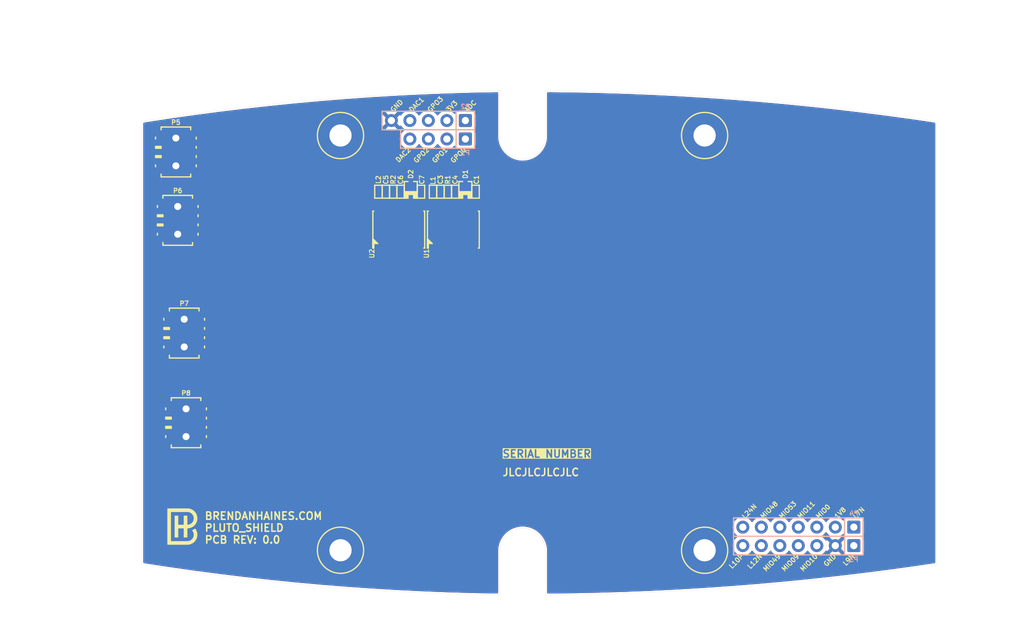
<source format=kicad_pcb>
(kicad_pcb
	(version 20240108)
	(generator "pcbnew")
	(generator_version "8.0")
	(general
		(thickness 1.6)
		(legacy_teardrops no)
	)
	(paper "A")
	(title_block
		(title "${PROJECT_NAME}")
		(rev "${PCB_REVISION}")
		(company "BRENDANHAINES.COM")
	)
	(layers
		(0 "F.Cu" signal)
		(1 "In1.Cu" signal)
		(2 "In2.Cu" signal)
		(31 "B.Cu" signal)
		(32 "B.Adhes" user "B.Adhesive")
		(33 "F.Adhes" user "F.Adhesive")
		(34 "B.Paste" user)
		(35 "F.Paste" user)
		(36 "B.SilkS" user "B.Silkscreen")
		(37 "F.SilkS" user "F.Silkscreen")
		(38 "B.Mask" user)
		(39 "F.Mask" user)
		(40 "Dwgs.User" user "User.Drawings")
		(41 "Cmts.User" user "User.Comments")
		(42 "Eco1.User" user "User.Eco1")
		(43 "Eco2.User" user "User.Eco2")
		(44 "Edge.Cuts" user)
		(45 "Margin" user)
		(46 "B.CrtYd" user "B.Courtyard")
		(47 "F.CrtYd" user "F.Courtyard")
		(48 "B.Fab" user)
		(49 "F.Fab" user)
		(50 "User.1" user)
		(51 "User.2" user)
		(52 "User.3" user)
		(53 "User.4" user)
		(54 "User.5" user)
		(55 "User.6" user)
		(56 "User.7" user)
		(57 "User.8" user)
		(58 "User.9" user)
	)
	(setup
		(stackup
			(layer "F.SilkS"
				(type "Top Silk Screen")
				(color "White")
			)
			(layer "F.Paste"
				(type "Top Solder Paste")
			)
			(layer "F.Mask"
				(type "Top Solder Mask")
				(color "Green")
				(thickness 0.01)
			)
			(layer "F.Cu"
				(type "copper")
				(thickness 0.035)
			)
			(layer "dielectric 1"
				(type "core")
				(thickness 0.48)
				(material "FR4")
				(epsilon_r 4.5)
				(loss_tangent 0.02)
			)
			(layer "In1.Cu"
				(type "copper")
				(thickness 0.035)
			)
			(layer "dielectric 2"
				(type "prepreg")
				(thickness 0.48)
				(material "FR4")
				(epsilon_r 4.5)
				(loss_tangent 0.02)
			)
			(layer "In2.Cu"
				(type "copper")
				(thickness 0.035)
			)
			(layer "dielectric 3"
				(type "core")
				(thickness 0.48)
				(material "FR4")
				(epsilon_r 4.5)
				(loss_tangent 0.02)
			)
			(layer "B.Cu"
				(type "copper")
				(thickness 0.035)
			)
			(layer "B.Mask"
				(type "Bottom Solder Mask")
				(color "Green")
				(thickness 0.01)
			)
			(layer "B.Paste"
				(type "Bottom Solder Paste")
			)
			(layer "B.SilkS"
				(type "Bottom Silk Screen")
				(color "White")
			)
			(copper_finish "ENIG")
			(dielectric_constraints no)
		)
		(pad_to_mask_clearance 0)
		(allow_soldermask_bridges_in_footprints no)
		(grid_origin 80.01 123.19)
		(pcbplotparams
			(layerselection 0x00010fc_ffffffff)
			(plot_on_all_layers_selection 0x0000000_00000000)
			(disableapertmacros no)
			(usegerberextensions no)
			(usegerberattributes yes)
			(usegerberadvancedattributes yes)
			(creategerberjobfile yes)
			(dashed_line_dash_ratio 12.000000)
			(dashed_line_gap_ratio 3.000000)
			(svgprecision 4)
			(plotframeref no)
			(viasonmask no)
			(mode 1)
			(useauxorigin no)
			(hpglpennumber 1)
			(hpglpenspeed 20)
			(hpglpendiameter 15.000000)
			(pdf_front_fp_property_popups yes)
			(pdf_back_fp_property_popups yes)
			(dxfpolygonmode yes)
			(dxfimperialunits yes)
			(dxfusepcbnewfont yes)
			(psnegative no)
			(psa4output no)
			(plotreference yes)
			(plotvalue yes)
			(plotfptext yes)
			(plotinvisibletext no)
			(sketchpadsonfab no)
			(subtractmaskfromsilk no)
			(outputformat 1)
			(mirror no)
			(drillshape 1)
			(scaleselection 1)
			(outputdirectory "")
		)
	)
	(property "PCB_REVISION" "0.0")
	(property "PROJECT_NAME" "PLUTO_SHIELD")
	(net 0 "")
	(net 1 "GND")
	(net 2 "/GPO1")
	(net 3 "/GPO2")
	(net 4 "/DAC2")
	(net 5 "/GPO0")
	(net 6 "/ADC")
	(net 7 "/DAC1")
	(net 8 "/GPO3")
	(net 9 "VDC_3V3")
	(net 10 "/L12N")
	(net 11 "/L9N")
	(net 12 "/L10P")
	(net 13 "/MIO49")
	(net 14 "/MIO09")
	(net 15 "/MIO10")
	(net 16 "/MIO48")
	(net 17 "/MIO11")
	(net 18 "/L24N")
	(net 19 "/MIO0")
	(net 20 "/L7N")
	(net 21 "VDC_1V8")
	(net 22 "/MIO53")
	(net 23 "Net-(U1-VA)")
	(net 24 "Net-(U1-VREF)")
	(net 25 "Net-(U2-VA)")
	(net 26 "Net-(U2-VREF)")
	(net 27 "/D1_7")
	(net 28 "/D1_6")
	(net 29 "/ADC_CLK")
	(net 30 "/D1_3")
	(net 31 "/D1_5")
	(net 32 "/D1_4")
	(net 33 "/D1_2")
	(net 34 "/D1_0")
	(net 35 "/D1_1")
	(net 36 "/D2_6")
	(net 37 "/D2_1")
	(net 38 "/D2_0")
	(net 39 "/D2_2")
	(net 40 "/D2_4")
	(net 41 "/D2_5")
	(net 42 "/D2_3")
	(net 43 "/D2_7")
	(net 44 "/CONN1/D0")
	(net 45 "/CONN1/D2")
	(net 46 "/CONN1/D3")
	(net 47 "/CONN1/D1")
	(net 48 "Net-(F2-Pad2)")
	(net 49 "/CONN2/D3")
	(net 50 "unconnected-(P6-Pad3)")
	(net 51 "unconnected-(P6-Pad5)")
	(net 52 "/CONN2/D1")
	(net 53 "/CONN2/D0")
	(net 54 "/CONN2/D2")
	(net 55 "unconnected-(P6-Pad7)")
	(net 56 "unconnected-(P6-Pad10)")
	(net 57 "/CONN3/D1")
	(net 58 "unconnected-(P7-Pad3)")
	(net 59 "/CONN3/D0")
	(net 60 "/CONN3/D2")
	(net 61 "unconnected-(P7-Pad5)")
	(net 62 "unconnected-(P7-Pad7)")
	(net 63 "unconnected-(P7-Pad10)")
	(net 64 "/CONN3/D3")
	(net 65 "Net-(F3-Pad2)")
	(net 66 "unconnected-(P8-Pad3)")
	(net 67 "unconnected-(P8-Pad10)")
	(net 68 "/CONN4/D3")
	(net 69 "Net-(F4-Pad2)")
	(net 70 "/CONN4/D1")
	(net 71 "unconnected-(P8-Pad7)")
	(net 72 "/CONN4/D2")
	(net 73 "/CONN4/D0")
	(net 74 "unconnected-(P8-Pad5)")
	(net 75 "Net-(F1-Pad2)")
	(net 76 "unconnected-(P5-Pad10)")
	(net 77 "unconnected-(P5-Pad3)")
	(net 78 "unconnected-(P5-Pad7)")
	(net 79 "unconnected-(P5-Pad5)")
	(footprint "common:SOP20_TI_PW0020A" (layer "F.Cu") (at 88.011 79.121 90))
	(footprint "common:PinHeader_2x05_P1.27mm_Vertical-Samtec_FTSH-105-01-F-DV-K-A" (layer "F.Cu") (at 58.547 93.345))
	(footprint "common:MH120X230_#4" (layer "F.Cu") (at 130.0099 123.19))
	(footprint "common:PinHeader_2x05_P1.27mm_Vertical-Samtec_FTSH-105-01-F-DV-K-A" (layer "F.Cu") (at 58.801 105.664))
	(footprint "common:SOD-323" (layer "F.Cu") (at 89.662 73.66 90))
	(footprint "common:C0402" (layer "F.Cu") (at 95.762 73.914 90))
	(footprint "common:C0402" (layer "F.Cu") (at 98.556 73.914 90))
	(footprint "common:LOGO_BH" (layer "F.Cu") (at 58.7265 122.3445))
	(footprint "common:PinHeader_2x05_P1.27mm_Vertical-Samtec_FTSH-105-01-F-DV-K-A" (layer "F.Cu") (at 57.658 77.851))
	(footprint "common:C0402" (layer "F.Cu") (at 93.73 73.914 90))
	(footprint "common:SOD-323" (layer "F.Cu") (at 97.159 73.66 90))
	(footprint "common:C0402" (layer "F.Cu") (at 88.265 73.914 90))
	(footprint "common:C0402" (layer "F.Cu") (at 86.233 73.914 90))
	(footprint "common:PinHeader_2x05_P1.27mm_Vertical-Samtec_FTSH-105-01-F-DV-K-A" (layer "F.Cu") (at 57.404 68.453))
	(footprint "common:MH120X230_#4" (layer "F.Cu") (at 130.0099 66.1924))
	(footprint "common:R0402" (layer "F.Cu") (at 87.249 73.914 -90))
	(footprint "common:MH120X230_#4" (layer "F.Cu") (at 80.01 123.19))
	(footprint "common:SOP20_TI_PW0020A" (layer "F.Cu") (at 95.504 79.121 90))
	(footprint "common:C0402" (layer "F.Cu") (at 91.059 73.914 90))
	(footprint "common:R0402" (layer "F.Cu") (at 94.746 73.914 -90))
	(footprint "common:MH120X230_#4" (layer "F.Cu") (at 80.01 66.1924))
	(footprint "common:R0402" (layer "F.Cu") (at 85.217 73.914 -90))
	(footprint "common:R0402" (layer "F.Cu") (at 92.714 73.914 -90))
	(footprint "common:PinHeader_1x07_P2.54mm_Vertical" (layer "B.Cu") (at 150.495 120.015 180))
	(footprint "common:PinHeader_1x07_P2.54mm_Vertical" (layer "B.Cu") (at 150.495 122.555 180))
	(footprint "common:PinHeader_1x04_P2.54mm_Vertical" (layer "B.Cu") (at 97.155 66.675 180))
	(footprint "common:PinHeader_1x05_P2.54mm_Vertical" (layer "B.Cu") (at 97.155 64.135 180))
	(gr_line
		(start 52.7304 64.262)
		(end 52.7304 125.1204)
		(stroke
			(width 0.0254)
			(type default)
		)
		(layer "Edge.Cuts")
		(uuid "01eeaaa2-1d96-4fbe-a7c0-eab31686fcf1")
	)
	(gr_line
		(start 101.854 123.2916)
		(end 101.854 129.3368)
		(stroke
			(width 0.0254)
			(type default)
		)
		(layer "Edge.Cuts")
		(uuid "028f1051-2530-4ab2-b4aa-4fe77a954fee")
	)
	(gr_arc
		(start 52.7304 64.262)
		(mid 77.21685 61.27593)
		(end 101.854 60.0456)
		(stroke
			(width 0.0254)
			(type default)
		)
		(layer "Edge.Cuts")
		(uuid "0539845f-d0b8-466b-a84b-778189f6f142")
	)
	(gr_arc
		(start 108.1786 60.0456)
		(mid 135.10175 61.194225)
		(end 161.8742 64.262)
		(stroke
			(width 0.0254)
			(type default)
		)
		(layer "Edge.Cuts")
		(uuid "21fa8685-cbea-48e3-ba4b-3bdab39869cb")
	)
	(gr_line
		(start 161.8742 64.262)
		(end 161.8742 125.1204)
		(stroke
			(width 0.0254)
			(type default)
		)
		(layer "Edge.Cuts")
		(uuid "2351c6a1-8a6b-4eef-bde0-6b8a961f2eae")
	)
	(gr_line
		(start 108.1786 66.294)
		(end 108.1786 60.0456)
		(stroke
			(width 0.0254)
			(type default)
		)
		(layer "Edge.Cuts")
		(uuid "35169102-ec27-4d86-9b9f-b37ae62cb9bc")
	)
	(gr_arc
		(start 101.854 123.2916)
		(mid 105.0163 120.1293)
		(end 108.1786 123.2916)
		(stroke
			(width 0.0254)
			(type default)
		)
		(layer "Edge.Cuts")
		(uuid "3c1f4706-a351-4cdf-9aba-d7bce8b90f26")
	)
	(gr_arc
		(start 101.854 129.3368)
		(mid 77.21685 128.10647)
		(end 52.7304 125.1204)
		(stroke
			(width 0.0254)
			(type default)
		)
		(layer "Edge.Cuts")
		(uuid "6a69de1c-5ddb-4080-85c6-44cb49680848")
	)
	(gr_arc
		(start 161.8742 125.1204)
		(mid 135.10175 128.188175)
		(end 108.1786 129.3368)
		(stroke
			(width 0.0254)
			(type default)
		)
		(layer "Edge.Cuts")
		(uuid "719d83d8-8deb-4654-ad43-144c8890a801")
	)
	(gr_arc
		(start 108.1786 66.294)
		(mid 105.0163 69.4563)
		(end 101.854 66.294)
		(stroke
			(width 0.0254)
			(type default)
		)
		(layer "Edge.Cuts")
		(uuid "b2207f3b-c003-409c-a3da-c269b7eb26e0")
	)
	(gr_line
		(start 108.1786 123.2916)
		(end 108.1786 129.3368)
		(stroke
			(width 0.0254)
			(type default)
		)
		(layer "Edge.Cuts")
		(uuid "d983f51f-a4c1-48ea-98a9-0aaeffa08bc2")
	)
	(gr_line
		(start 101.854 66.294)
		(end 101.854 60.0456)
		(stroke
			(width 0.0254)
			(type default)
		)
		(layer "Edge.Cuts")
		(uuid "ff1f63a4-9257-4195-87a5-270fd42b64fa")
	)
	(gr_text "JLCJLCJLCJLC"
		(at 102.1605 113.0735 0)
		(layer "F.SilkS")
		(uuid "091288de-23c4-4edc-b533-5d552fa8084b")
		(effects
			(font
				(size 1.016 1.016)
				(thickness 0.2032)
				(bold yes)
			)
			(justify left bottom)
		)
	)
	(gr_text "L7N"
		(at 150.495 118.745 45)
		(layer "F.SilkS")
		(uuid "1cdc6d0f-337c-409a-b1da-968567fe4e07")
		(effects
			(font
				(size 0.635 0.635)
				(thickness 0.127)
				(bold yes)
			)
			(justify left)
		)
	)
	(gr_text "GND"
		(at 147.955 123.825 45)
		(layer "F.SilkS")
		(uuid "1d633a11-fa35-47bf-85d6-2ca7e9618761")
		(effects
			(font
				(size 0.635 0.635)
				(thickness 0.127)
				(bold yes)
			)
			(justify right)
		)
	)
	(gr_text "MIO09"
		(at 142.875 123.825 45)
		(layer "F.SilkS")
		(uuid "1d9b0497-2944-4518-9de8-59fb3f31cd85")
		(effects
			(font
				(size 0.635 0.635)
				(thickness 0.127)
				(bold yes)
			)
			(justify right)
		)
	)
	(gr_text "GND"
		(at 86.995 62.865 45)
		(layer "F.SilkS")
		(uuid "32763687-5bbe-4fa7-a03f-9aab5b9b62f1")
		(effects
			(font
				(size 0.635 0.635)
				(thickness 0.127)
				(bold yes)
			)
			(justify left)
		)
	)
	(gr_text "MIO53"
		(at 140.335 118.745 45)
		(layer "F.SilkS")
		(uuid "40d1187b-e6b7-4189-8ff4-2c8c90803fbd")
		(effects
			(font
				(size 0.635 0.635)
				(thickness 0.127)
				(bold yes)
			)
			(justify left)
		)
	)
	(gr_text "BRENDANHAINES.COM\n${PROJECT_NAME}\nPCB REV: ${PCB_REVISION}"
		(at 61.2665 122.3445 0)
		(layer "F.SilkS")
		(uuid "437bdfe8-9461-4ec7-870c-371d6a52dc16")
		(effects
			(font
				(size 1.016 1.016)
				(thickness 0.2032)
				(bold yes)
			)
			(justify left bottom)
		)
	)
	(gr_text "GPO0"
		(at 97.155 67.945 45)
		(layer "F.SilkS")
		(uuid "4e282f1b-fe44-4e52-8424-163d35aa00b7")
		(effects
			(font
				(size 0.635 0.635)
				(thickness 0.127)
				(bold yes)
			)
			(justify right)
		)
	)
	(gr_text "1V8"
		(at 147.955 118.745 45)
		(layer "F.SilkS")
		(uuid "50d5c08f-ca70-40f2-a10f-c5bd703c6387")
		(effects
			(font
				(size 0.635 0.635)
				(thickness 0.127)
				(bold yes)
			)
			(justify left)
		)
	)
	(gr_text "L24N"
		(at 135.255 118.745 45)
		(layer "F.SilkS")
		(uuid "6be3ee54-d0db-492a-abbf-1d2a441bdebd")
		(effects
			(font
				(size 0.635 0.635)
				(thickness 0.127)
				(bold yes)
			)
			(justify left)
		)
	)
	(gr_text "SERIAL NUMBER"
		(at 102.1605 110.5335 0)
		(layer "F.SilkS" knockout)
		(uuid "6c2be5ce-85b7-4de0-9953-9a61d10d3e1f")
		(effects
			(font
				(size 1.016 1.016)
				(thickness 0.2032)
				(bold yes)
			)
			(justify left bottom)
		)
	)
	(gr_text "L9N"
		(at 150.495 123.825 45)
		(layer "F.SilkS")
		(uuid "88c70311-50ca-4c2c-81ac-eface2986662")
		(effects
			(font
				(size 0.635 0.635)
				(thickness 0.127)
				(bold yes)
			)
			(justify right)
		)
	)
	(gr_text "ADC"
		(at 97.155 62.865 45)
		(layer "F.SilkS")
		(uuid "8bb9fc9c-5e6a-4340-90b7-1c8a637bfdd1")
		(effects
			(font
				(size 0.635 0.635)
				(thickness 0.127)
				(bold yes)
			)
			(justify left)
		)
	)
	(gr_text "DAC2"
		(at 89.535 67.945 45)
		(layer "F.SilkS")
		(uuid "8dace095-4eb4-4bfe-b984-7191fb8bc0e4")
		(effects
			(font
				(size 0.635 0.635)
				(thickness 0.127)
				(bold yes)
			)
			(justify right)
		)
	)
	(gr_text "L10P"
		(at 135.255 123.825 45)
		(layer "F.SilkS")
		(uuid "8f655222-c250-4b8a-823d-e28e44254b5b")
		(effects
			(font
				(size 0.635 0.635)
				(thickness 0.127)
				(bold yes)
			)
			(justify right)
		)
	)
	(gr_text "MIO48"
		(at 137.795 118.745 45)
		(layer "F.SilkS")
		(uuid "9e241a46-25b4-4116-9c4e-ebff1490ab27")
		(effects
			(font
				(size 0.635 0.635)
				(thickness 0.127)
				(bold yes)
			)
			(justify left)
		)
	)
	(gr_text "L12N"
		(at 137.795 123.825 45)
		(layer "F.SilkS")
		(uuid "add93b29-be5f-4919-ac3a-0ba6f12c0348")
		(effects
			(font
				(size 0.635 0.635)
				(thickness 0.127)
				(bold yes)
			)
			(justify right)
		)
	)
	(gr_text "GPO3"
		(at 92.075 62.865 45)
		(layer "F.SilkS")
		(uuid "afb3f834-9b19-4667-8d39-9049800dfba3")
		(effects
			(font
				(size 0.635 0.635)
				(thickness 0.127)
				(bold yes)
			)
			(justify left)
		)
	)
	(gr_text "DAC1"
		(at 89.535 62.865 45)
		(layer "F.SilkS")
		(uuid "c622d78a-ca2a-4f82-b223-9632abefab8f")
		(effects
			(font
				(size 0.635 0.635)
				(thickness 0.127)
				(bold yes)
			)
			(justify left)
		)
	)
	(gr_text "MIO0"
		(at 145.415 118.745 45)
		(layer "F.SilkS")
		(uuid "cd7c1240-e884-4550-aa13-ce92a6c80779")
		(effects
			(font
				(size 0.635 0.635)
				(thickness 0.127)
				(bold yes)
			)
			(justify left)
		)
	)
	(gr_text "GPO1"
		(at 94.615 67.945 45)
		(layer "F.SilkS")
		(uuid "d491ca8a-7324-431a-9cd5-9fd076cc52f5")
		(effects
			(font
				(size 0.635 0.635)
				(thickness 0.127)
				(bold yes)
			)
			(justify right)
		)
	)
	(gr_text "MIO11"
		(at 142.875 118.745 45)
		(layer "F.SilkS")
		(uuid "e8325fa2-f8a3-44ca-9978-7bfeabd84427")
		(effects
			(font
				(size 0.635 0.635)
				(thickness 0.127)
				(bold yes)
			)
			(justify left)
		)
	)
	(gr_text "MIO10"
		(at 145.415 123.825 45)
		(layer "F.SilkS")
		(uuid "e833e563-2582-4392-a7d1-7ead7fb5c2d7")
		(effects
			(font
				(size 0.635 0.635)
				(thickness 0.127)
				(bold yes)
			)
			(justify right)
		)
	)
	(gr_text "3V3"
		(at 94.615 62.865 45)
		(layer "F.SilkS")
		(uuid "ec986e4d-d831-4952-bf6d-c8cd3ade1e29")
		(effects
			(font
				(size 0.635 0.635)
				(thickness 0.127)
				(bold yes)
			)
			(justify left)
		)
	)
	(gr_text "MIO49"
		(at 140.335 123.825 45)
		(layer "F.SilkS")
		(uuid "f45fb5e5-6f32-469f-9e03-1e281da8c205")
		(effects
			(font
				(size 0.635 0.635)
				(thickness 0.127)
				(bold yes)
			)
			(justify right)
		)
	)
	(gr_text "GPO2"
		(at 92.075 67.945 45)
		(layer "F.SilkS")
		(uuid "f4ef1a3c-5158-4fc3-a689-311ab536b7c7")
		(effects
			(font
				(size 0.635 0.635)
				(thickness 0.127)
				(bold yes)
			)
			(justify right)
		)
	)
	(dimension
		(type aligned)
		(layer "F.Fab")
		(uuid "01ee0b31-f02b-4470-b2f7-07b9d1207f38")
		(pts
			(xy 52.7304 64.262) (xy 161.8742 64.262)
		)
		(height -14.732)
		(gr_text "4.2970 in"
			(at 107.3023 48.387 0)
			(layer "F.Fab")
			(uuid "01ee0b31-f02b-4470-b2f7-07b9d1207f38")
			(effects
				(font
					(size 1.016 1.016)
					(thickness 0.127)
				)
			)
		)
		(format
			(prefix "")
			(suffix "")
			(units 3)
			(units_format 1)
			(precision 4)
		)
		(style
			(thickness 0.127)
			(arrow_length 1.27)
			(text_position_mode 0)
			(extension_height 0.58642)
			(extension_offset 6.35) keep_text_aligned)
	)
	(dimension
		(type aligned)
		(layer "F.Fab")
		(uuid "0517aec2-45e6-4cc3-9803-feed6af5a135")
		(pts
			(xy 109.347 59.8356) (xy 109.347 129.1268)
		)
		(height 69.977)
		(gr_text "2.7280 in"
			(at 38.227 94.4812 90)
			(layer "F.Fab")
			(uuid "0517aec2-45e6-4cc3-9803-feed6af5a135")
			(effects
				(font
					(size 1.016 1.016)
					(thickness 0.127)
				)
			)
		)
		(format
			(prefix "")
			(suffix "")
			(units 3)
			(units_format 1)
			(precision 4)
		)
		(style
			(thickness 0.127)
			(arrow_length 1.27)
			(text_position_mode 0)
			(extension_height 0.58642)
			(extension_offset 17.78) keep_text_aligned)
	)
	(dimension
		(type aligned)
		(layer "F.Fab")
		(uuid "226b6488-45b6-49fa-998f-108bc8a2286a")
		(pts
			(xy 52.7304 64.262) (xy 52.7304 125.1204)
		)
		(height 11.8364)
		(gr_text "2.3960 in"
			(at 39.751 94.6912 90)
			(layer "F.Fab")
			(uuid "226b6488-45b6-49fa-998f-108bc8a2286a")
			(effects
				(font
					(size 1.016 1.016)
					(thickness 0.127)
				)
			)
		)
		(format
			(prefix "")
			(suffix "")
			(units 3)
			(units_format 1)
			(precision 4)
		)
		(style
			(thickness 0.127)
			(arrow_length 1.27)
			(text_position_mode 0)
			(extension_height 0.58642)
			(extension_offset 2.54) keep_text_aligned)
	)
	(dimension
		(type aligned)
		(layer "F.Fab")
		(uuid "2892fb69-bc65-401b-badd-aa520ee8b469")
		(pts
			(xy 87.503 65.9824) (xy 87.503 122.98)
		)
		(height 33.401)
		(gr_text "2.2440 in"
			(at 52.959 94.4812 90)
			(layer "F.Fab")
			(uuid "2892fb69-bc65-401b-badd-aa520ee8b469")
			(effects
				(font
					(size 1.016 1.016)
					(thickness 0.127)
				)
			)
		)
		(format
			(prefix "")
			(suffix "")
			(units 3)
			(units_format 1)
			(precision 4)
		)
		(style
			(thickness 0.127)
			(arrow_length 1.27)
			(text_position_mode 0)
			(extension_height 0.58642)
			(extension_offset 0.254) keep_text_aligned)
	)
	(dimension
		(type aligned)
		(layer "F.Fab")
		(uuid "8539e48b-c969-41b7-bbcb-ea6a69f1c375")
		(pts
			(xy 105.0163 66.294) (xy 105.0163 123.2916)
		)
		(height -65.0367)
		(gr_text "2.2440 in"
			(at 168.91 94.7928 90)
			(layer "F.Fab")
			(uuid "8539e48b-c969-41b7-bbcb-ea6a69f1c375")
			(effects
				(font
					(size 1.016 1.016)
					(thickness 0.127)
				)
			)
		)
		(format
			(prefix "")
			(suffix "")
			(units 3)
			(units_format 1)
			(precision 4)
		)
		(style
			(thickness 0.127)
			(arrow_length 1.27)
			(text_position_mode 0)
			(extension_height 0.58642)
			(extension_offset 0.254) keep_text_aligned)
	)
	(dimension
		(type aligned)
		(layer "F.Fab")
		(uuid "da0fc324-3843-4697-9d01-01ce7e2f02da")
		(pts
			(xy 80.01 66.1924) (xy 130.0099 66.1924)
		)
		(height -11.7094)
		(gr_text "1.9685 in"
			(at 105.00995 53.34 0)
			(layer "F.Fab")
			(uuid "da0fc324-3843-4697-9d01-01ce7e2f02da")
			(effects
				(font
					(size 1.016 1.016)
					(thickness 0.127)
				)
			)
		)
		(format
			(prefix "")
			(suffix "")
			(units 3)
			(units_format 1)
			(precision 4)
		)
		(style
			(thickness 0.127)
			(arrow_length 1.27)
			(text_position_mode 0)
			(extension_height 0.58642)
			(extension_offset 7.62) keep_text_aligned)
	)
	(zone
		(net 1)
		(net_name "GND")
		(layers "F.Cu" "In1.Cu" "In2.Cu" "B.Cu")
		(uuid "0264c28f-3b35-4ff9-937a-195dae0d36a1")
		(hatch edge 0.5)
		(connect_pads
			(clearance 0.5)
		)
		(min_thickness 0.25)
		(filled_areas_thickness no)
		(fill yes
			(thermal_gap 0.5)
			(thermal_bridge_width 0.5)
		)
		(polygon
			(pts
				(xy 52.07 133.35) (xy 52.07 57.15) (xy 163.83 57.15) (xy 163.83 133.35)
			)
		)
		(filled_polygon
			(layer "F.Cu")
			(pts
				(xy 146.766905 120.745193) (xy 146.788809 120.770472) (xy 146.854728 120.87137) (xy 146.854731 120.871373)
				(xy 147.010692 121.040792) (xy 147.127591 121.131778) (xy 147.196459 121.18538) (xy 147.19557 121.186521)
				(xy 147.236632 121.234624) (xy 147.246063 121.303855) (xy 147.216568 121.367194) (xy 147.196429 121.384651)
				(xy 147.196733 121.385041) (xy 147.16404 121.410485) (xy 147.16404 121.410487) (xy 147.829428 122.075874)
				(xy 147.763821 122.093454) (xy 147.650879 122.158661) (xy 147.558661 122.250879) (xy 147.493454 122.363821)
				(xy 147.475874 122.429428) (xy 146.81176 121.765314) (xy 146.789108 121.799986) (xy 146.735961 121.845342)
				(xy 146.66673 121.854766) (xy 146.603394 121.825264) (xy 146.58149 121.799986) (xy 146.581191 121.799528)
				(xy 146.515269 121.698627) (xy 146.359308 121.529208) (xy 146.22209 121.422407) (xy 146.173541 121.38462)
				(xy 146.174525 121.383354) (xy 146.133824 121.33567) (xy 146.124396 121.266439) (xy 146.153893 121.203102)
				(xy 146.173865 121.185796) (xy 146.173541 121.18538) (xy 146.222086 121.147596) (xy 146.359308 121.040792)
				(xy 146.515269 120.871373) (xy 146.529648 120.849365) (xy 146.581191 120.770472) (xy 146.634337 120.725115)
				(xy 146.703569 120.715691)
			)
		)
		(filled_polygon
			(layer "F.Cu")
			(pts
				(xy 149.087714 120.943156) (xy 149.14533 120.982679) (xy 149.156344 121.000505) (xy 149.156835 121.000209)
				(xy 149.245934 121.147596) (xy 149.295657 121.197319) (xy 149.329142 121.258642) (xy 149.324158 121.328334)
				(xy 149.295657 121.372681) (xy 149.245935 121.422402) (xy 149.245934 121.422403) (xy 149.160713 121.563375)
				(xy 149.111709 121.720634) (xy 149.111298 121.722704) (xy 149.110721 121.723805) (xy 149.109758 121.726898)
				(xy 149.109195 121.726722) (xy 149.07891 121.784614) (xy 149.077363 121.786188) (xy 148.434124 122.429426)
				(xy 148.416546 122.363821) (xy 148.351339 122.250879) (xy 148.259121 122.158661) (xy 148.146179 122.093454)
				(xy 148.080571 122.075874) (xy 148.745958 121.410486) (xy 148.745958 121.410484) (xy 148.713267 121.38504)
				(xy 148.714209 121.383829) (xy 148.673355 121.335947) (xy 148.663941 121.266714) (xy 148.69345 121.203382)
				(xy 148.71382 121.185738) (xy 148.713541 121.18538) (xy 148.762086 121.147596) (xy 148.899308 121.040792)
				(xy 148.957989 120.977046) (xy 149.017876 120.941056)
			)
		)
		(filled_polygon
			(layer "F.Cu")
			(pts
				(xy 111.768453 60.288023) (xy 111.769291 60.288037) (xy 115.359361 60.364164) (xy 115.360464 60.364193)
				(xy 118.949595 60.474517) (xy 118.95037 60.474544) (xy 122.538635 60.619068) (xy 122.53948 60.619107)
				(xy 126.125851 60.797793) (xy 126.126878 60.797849) (xy 129.711427 61.010696) (xy 129.712538 61.010767)
				(xy 133.294798 61.257747) (xy 133.295829 61.257823) (xy 136.875584 61.53892) (xy 136.876678 61.539011)
				(xy 140.453673 61.854206) (xy 140.454536 61.854286) (xy 144.028471 62.203555) (xy 144.029374 62.203647)
				(xy 147.599806 62.586945) (xy 147.600851 62.587063) (xy 151.167439 63.004356) (xy 151.168242 63.004454)
				(xy 154.565385 63.434767) (xy 154.730611 63.455696) (xy 154.731783 63.45585) (xy 158.289541 63.940989)
				(xy 158.290711 63.941154) (xy 161.567624 64.419837) (xy 161.631114 64.449005) (xy 161.668755 64.507868)
				(xy 161.6737 64.542535) (xy 161.6737 124.83986) (xy 161.654015 124.906899) (xy 161.601211 124.952654)
				(xy 161.567623 124.962558) (xy 158.29071 125.441242) (xy 158.289541 125.441407) (xy 154.731783 125.926546)
				(xy 154.730611 125.9267) (xy 151.168432 126.377918) (xy 151.16726 126.378061) (xy 147.600919 126.795325)
				(xy 147.599745 126.795457) (xy 144.029499 127.178736) (xy 144.028324 127.178856) (xy 140.454683 127.528096)
				(xy 140.453506 127.528205) (xy 136.876718 127.843381) (xy 136.875541 127.843479) (xy 133.295904 128.124567)
				(xy 133.294726 128.124654) (xy 129.712574 128.371626) (xy 129.711395 128.371702) (xy 126.126949 128.584543)
				(xy 126.125769 128.584607) (xy 122.539672 128.76328) (xy 122.538492 128.763334) (xy 118.95054 128.907846)
				(xy 118.94936 128.907887) (xy 115.360505 129.018201) (xy 115.359324 129.018232) (xy 111.76948 129.094355)
				(xy 111.768299 129.094375) (xy 108.504548 129.132478) (xy 108.437283 129.113577) (xy 108.390915 129.061311)
				(xy 108.3791 129.008486) (xy 108.3791 123.115366) (xy 108.3791 123.115363) (xy 108.342257 122.76482)
				(xy 108.268973 122.420049) (xy 108.160053 122.084826) (xy 108.016689 121.762826) (xy 108.016686 121.762822)
				(xy 108.016685 121.762818) (xy 107.840455 121.457579) (xy 107.840454 121.457578) (xy 107.840452 121.457574)
				(xy 107.633273 121.172417) (xy 107.63327 121.172414) (xy 107.633266 121.172408) (xy 107.483992 121.006624)
				(xy 107.397422 120.910478) (xy 107.24193 120.770472) (xy 107.135491 120.674633) (xy 107.064576 120.62311)
				(xy 106.850326 120.467448) (xy 106.850323 120.467446) (xy 106.85032 120.467444) (xy 106.545081 120.291214)
				(xy 106.545074 120.291211) (xy 106.223074 120.147847) (xy 106.223069 120.147845) (xy 106.223066 120.147844)
				(xy 105.887848 120.038926) (xy 105.887846 120.038925) (xy 105.77526 120.014994) (xy 133.860738 120.014994)
				(xy 133.860738 120.015005) (xy 133.879753 120.244484) (xy 133.936282 120.467714) (xy 134.028782 120.678594)
				(xy 134.154728 120.87137) (xy 134.154731 120.871373) (xy 134.310692 121.040792) (xy 134.427591 121.131778)
				(xy 134.496459 121.18538) (xy 134.495476 121.186641) (xy 134.536183 121.234349) (xy 134.5456 121.303581)
				(xy 134.516092 121.366914) (xy 134.496136 121.384205) (xy 134.496459 121.38462) (xy 134.310694 121.529206)
				(xy 134.310689 121.529211) (xy 134.154728 121.698629) (xy 134.028782 121.891405) (xy 133.936282 122.102285)
				(xy 133.879753 122.325515) (xy 133.860738 122.554994) (xy 133.860738 122.555005) (xy 133.879753 122.784484)
				(xy 133.936282 123.007714) (xy 134.028782 123.218594) (xy 134.154728 123.41137) (xy 134.154731 123.411373)
				(xy 134.310692 123.580792) (xy 134.424139 123.669091) (xy 134.491868 123.721807) (xy 134.492411 123.722229)
				(xy 134.694931 123.831828) (xy 134.808025 123.870653) (xy 134.912725 123.906597) (xy 134.912727 123.906597)
				(xy 134.912729 123.906598) (xy 135.139863 123.9445) (xy 135.139864 123.9445) (xy 135.370136 123.9445)
				(xy 135.370137 123.9445) (xy 135.597271 123.906598) (xy 135.598693 123.90611) (xy 135.647702 123.889285)
				(xy 135.815069 123.831828) (xy 136.017589 123.722229) (xy 136.199308 123.580792) (xy 136.355269 123.411373)
				(xy 136.373739 123.383102) (xy 136.421191 123.310472) (xy 136.474337 123.265115) (xy 136.543569 123.255691)
				(xy 136.606905 123.285193) (xy 136.628809 123.310472) (xy 136.694728 123.41137) (xy 136.694731 123.411373)
				(xy 136.850692 123.580792) (xy 136.964139 123.669091) (xy 137.031868 123.721807) (xy 137.032411 123.722229)
				(xy 137.234931 123.831828) (xy 137.348025 123.870653) (xy 137.452725 123.906597) (xy 137.452727 123.906597)
				(xy 137.452729 123.906598) (xy 137.679863 123.9445) (xy 137.679864 123.9445) (xy 137.910136 123.9445)
				(xy 137.910137 123.9445) (xy 138.137271 123.906598) (xy 138.138693 123.90611) (xy 138.187702 123.889285)
				(xy 138.355069 123.831828) (xy 138.557589 123.722229) (xy 138.739308 123.580792) (xy 138.895269 123.411373)
				(xy 138.913739 123.383102) (xy 138.961191 123.310472) (xy 139.014337 123.265115) (xy 139.083569 123.255691)
				(xy 139.146905 123.285193) (xy 139.168809 123.310472) (xy 139.234728 123.41137) (xy 139.234731 123.411373)
				(xy 139.390692 123.580792) (xy 139.504139 123.669091) (xy 139.571868 123.721807) (xy 139.572411 123.722229)
				(xy 139.774931 123.831828) (xy 139.888025 123.870653) (xy 139.992725 123.906597) (xy 139.992727 123.906597)
				(xy 139.992729 123.906598) (xy 140.219863 123.9445) (xy 140.219864 123.9445) (xy 140.450136 123.9445)
				(xy 140.450137 123.9445) (xy 140.677271 123.906598) (xy 140.678693 123.90611) (xy 140.727702 123.889285)
				(xy 140.895069 123.831828) (xy 141.097589 123.722229) (xy 141.279308 123.580792) (xy 141.435269 123.411373)
				(xy 141.453739 123.383102) (xy 141.501191 123.310472) (xy 141.554337 123.265115) (xy 141.623569 123.255691)
				(xy 141.686905 123.285193) (xy 141.708809 123.310472) (xy 141.774728 123.41137) (xy 141.774731 123.411373)
				(xy 141.930692 123.580792) (xy 142.044139 123.669091) (xy 142.111868 123.721807) (xy 142.112411 123.722229)
				(xy 142.314931 123.831828) (xy 142.428025 123.870653) (xy 142.532725 123.906597) (xy 142.532727 123.906597)
				(xy 142.532729 123.906598) (xy 142.759863 123.9445) (xy 142.759864 123.9445) (xy 142.990136 123.9445)
				(xy 142.990137 123.9445) (xy 143.217271 123.906598) (xy 143.218693 123.90611) (xy 143.267702 123.889285)
				(xy 143.435069 123.831828) (xy 143.637589 123.722229) (xy 143.819308 123.580792) (xy 143.975269 123.411373)
				(xy 143.993739 123.383102) (xy 144.041191 123.310472) (xy 144.094337 123.265115) (xy 144.163569 123.255691)
				(xy 144.226905 123.285193) (xy 144.248809 123.310472) (xy 144.314728 123.41137) (xy 144.314731 123.411373)
				(xy 144.470692 123.580792) (xy 144.584139 123.669091) (xy 144.651868 123.721807) (xy 144.652411 123.722229)
				(xy 144.854931 123.831828) (xy 144.968025 123.870653) (xy 145.072725 123.906597) (xy 145.072727 123.906597)
				(xy 145.072729 123.906598) (xy 145.299863 123.9445) (xy 145.299864 123.9445) (xy 145.530136 123.9445)
				(xy 145.530137 123.9445) (xy 145.757271 123.906598) (xy 145.758693 123.90611) (xy 145.807702 123.889285)
				(xy 145.975069 123.831828) (xy 146.177589 123.722229) (xy 146.359308 123.580792) (xy 146.515269 123.411373)
				(xy 146.58149 123.310013) (xy 146.634636 123.264657) (xy 146.703868 123.255233) (xy 146.767203 123.284735)
				(xy 146.789108 123.310013) (xy 146.81176 123.344685) (xy 147.475874 122.680571) (xy 147.493454 122.746179)
				(xy 147.558661 122.859121) (xy 147.650879 122.951339) (xy 147.763821 123.016546) (xy 147.829427 123.034125)
				(xy 147.16404 123.699512) (xy 147.16404 123.699514) (xy 147.192677 123.721803) (xy 147.192683 123.721807)
				(xy 147.395131 123.831367) (xy 147.39514 123.83137) (xy 147.612849 123.90611) (xy 147.839905 123.944)
				(xy 148.070095 123.944) (xy 148.29715 123.90611) (xy 148.514859 123.83137) (xy 148.514868 123.831367)
				(xy 148.717315 123.721807) (xy 148.717316 123.721806) (xy 148.745958 123.699513) (xy 148.745959 123.699511)
				(xy 148.080573 123.034125) (xy 148.146179 123.016546) (xy 148.259121 122.951339) (xy 148.351339 122.859121)
				(xy 148.416546 122.746179) (xy 148.434125 122.680572) (xy 149.077363 123.32381) (xy 149.109741 123.383107)
				(xy 149.109758 123.383102) (xy 149.109783 123.383183) (xy 149.110848 123.385133) (xy 149.111299 123.387299)
				(xy 149.11171 123.389368) (xy 149.160713 123.546624) (xy 149.245934 123.687596) (xy 149.362403 123.804065)
				(xy 149.362405 123.804066) (xy 149.362407 123.804068) (xy 149.503372 123.889285) (xy 149.503375 123.889286)
				(xy 149.503374 123.889286) (xy 149.557365 123.90611) (xy 149.660635 123.93829) (xy 149.728974 123.9445)
				(xy 149.728978 123.9445) (xy 151.261022 123.9445) (xy 151.261026 123.9445) (xy 151.329365 123.93829)
				(xy 151.486628 123.889285) (xy 151.627593 123.804068) (xy 151.744068 123.687593) (xy 151.829285 123.546628)
				(xy 151.87829 123.389365) (xy 151.8845 123.321026) (xy 151.8845 121.788974) (xy 151.87829 121.720635)
				(xy 151.829285 121.563372) (xy 151.744068 121.422407) (xy 151.744066 121.422405) (xy 151.744065 121.422403)
				(xy 151.744064 121.422402) (xy 151.694343 121.372682) (xy 151.660857 121.311359) (xy 151.665841 121.241667)
				(xy 151.694343 121.197318) (xy 151.744065 121.147596) (xy 151.744068 121.147593) (xy 151.829285 121.006628)
				(xy 151.87829 120.849365) (xy 151.8845 120.781026) (xy 151.8845 119.248974) (xy 151.87829 119.180635)
				(xy 151.829285 119.023372) (xy 151.744068 118.882407) (xy 151.744066 118.882405) (xy 151.744065 118.882403)
				(xy 151.627596 118.765934) (xy 151.627593 118.765932) (xy 151.486628 118.680715) (xy 151.486626 118.680714)
				(xy 151.486624 118.680713) (xy 151.486625 118.680713) (xy 151.329365 118.63171) (xy 151.329367 118.63171)
				(xy 151.306585 118.62964) (xy 151.261026 118.6255) (xy 149.728974 118.6255) (xy 149.683414 118.62964)
				(xy 149.660633 118.63171) (xy 149.503375 118.680713) (xy 149.362403 118.765934) (xy 149.245934 118.882403)
				(xy 149.156835 119.029791) (xy 149.154829 119.028578) (xy 149.116811 119.072928) (xy 149.049877 119.092968)
				(xy 148.982734 119.07364) (xy 148.957989 119.052953) (xy 148.936667 119.029791) (xy 148.899308 118.989208)
				(xy 148.76209 118.882407) (xy 148.717591 118.847772) (xy 148.515069 118.738172) (xy 148.515061 118.738169)
				(xy 148.297274 118.663402) (xy 148.107351 118.63171) (xy 148.070137 118.6255) (xy 147.839863 118.6255)
				(xy 147.802649 118.63171) (xy 147.612725 118.663402) (xy 147.394938 118.738169) (xy 147.39493 118.738172)
				(xy 147.192408 118.847772) (xy 147.010694 118.989206) (xy 147.010689 118.989211) (xy 146.854727 119.15863)
				(xy 146.788808 119.259528) (xy 146.735662 119.304884) (xy 146.666431 119.314308) (xy 146.603095 119.284806)
				(xy 146.581192 119.259528) (xy 146.515272 119.15863) (xy 146.437033 119.07364) (xy 146.359308 118.989208)
				(xy 146.22209 118.882407) (xy 146.177591 118.847772) (xy 145.975069 118.738172) (xy 145.975061 118.738169)
				(xy 145.757274 118.663402) (xy 145.567351 118.63171) (xy 145.530137 118.6255) (xy 145.299863 118.6255)
				(xy 145.262649 118.63171) (xy 145.072725 118.663402) (xy 144.854938 118.738169) (xy 144.85493 118.738172)
				(xy 144.652408 118.847772) (xy 144.470694 118.989206) (xy 144.470689 118.989211) (xy 144.314727 119.15863)
				(xy 144.248808 119.259528) (xy 144.195662 119.304884) (xy 144.126431 119.314308) (xy 144.063095 119.284806)
				(xy 144.041192 119.259528) (xy 143.975272 119.15863) (xy 143.897033 119.07364) (xy 143.819308 118.989208)
				(xy 143.68209 118.882407) (xy 143.637591 118.847772) (xy 143.435069 118.738172) (xy 143.435061 118.738169)
				(xy 143.217274 118.663402) (xy 143.027351 118.63171) (xy 142.990137 118.6255) (xy 142.759863 118.6255)
				(xy 142.722649 118.63171) (xy 142.532725 118.663402) (xy 142.314938 118.738169) (xy 142.31493 118.738172)
				(xy 142.112408 118.847772) (xy 141.930694 118.989206) (xy 141.930689 118.989211) (xy 141.774727 119.15863)
				(xy 141.708808 119.259528) (xy 141.655662 119.304884) (xy 141.586431 119.314308) (xy 141.523095 119.284806)
				(xy 141.501192 119.259528) (xy 141.435272 119.15863) (xy 141.357033 119.07364) (xy 141.279308 118.989208)
				(xy 141.14209 118.882407) (xy 141.097591 118.847772) (xy 140.895069 118.738172) (xy 140.895061 118.738169)
				(xy 140.677274 118.663402) (xy 140.487351 118.63171) (xy 140.450137 118.6255) (xy 140.219863 118.6255)
				(xy 140.182649 118.63171) (xy 139.992725 118.663402) (xy 139.774938 118.738169) (xy 139.77493 118.738172)
				(xy 139.572408 118.847772) (xy 139.390694 118.989206) (xy 139.390689 118.989211) (xy 139.234727 119.15863)
				(xy 139.168808 119.259528) (xy 139.115662 119.304884) (xy 139.046431 119.314308) (xy 138.983095 119.284806)
				(xy 138.961192 119.259528) (xy 138.895272 119.15863) (xy 138.817033 119.07364) (xy 138.739308 118.989208)
				(xy 138.60209 118.882407) (xy 138.557591 118.847772) (xy 138.355069 118.738172) (xy 138.355061 118.738169)
				(xy 138.137274 118.663402) (xy 137.947351 118.63171) (xy 137.910137 118.6255) (xy 137.679863 118.6255)
				(xy 137.642649 118.63171) (xy 137.452725 118.663402) (xy 137.234938 118.738169) (xy 137.23493 118.738172)
				(xy 137.032408 118.847772) (xy 136.850694 118.989206) (xy 136.850689 118.989211) (xy 136.694727 119.15863)
				(xy 136.628808 119.259528) (xy 136.575662 119.304884) (xy 136.506431 119.314308) (xy 136.443095 119.284806)
				(xy 136.421192 119.259528) (xy 136.355272 119.15863) (xy 136.277033 119.07364) (xy 136.199308 118.989208)
				(xy 136.06209 118.882407) (xy 136.017591 118.847772) (xy 135.815069 118.738172) (xy 135.815061 118.738169)
				(xy 135.597274 118.663402) (xy 135.407351 118.63171) (xy 135.370137 118.6255) (xy 135.139863 118.6255)
				(xy 135.102649 118.63171) (xy 134.912725 118.663402) (xy 134.694938 118.738169) (xy 134.69493 118.738172)
				(xy 134.492408 118.847772) (xy 134.310694 118.989206) (xy 134.310689 118.989211) (xy 134.154728 119.158629)
				(xy 134.028782 119.351405) (xy 133.936282 119.562285) (xy 133.879753 119.785515) (xy 133.860738 120.014994)
				(xy 105.77526 120.014994) (xy 105.543084 119.965643) (xy 105.367808 119.947221) (xy 105.192537 119.9288)
				(xy 104.840063 119.9288) (xy 104.664791 119.947221) (xy 104.489516 119.965643) (xy 104.489515 119.965643)
				(xy 104.144753 120.038925) (xy 104.144751 120.038926) (xy 103.809533 120.147844) (xy 103.487525 120.291211)
				(xy 103.487518 120.291214) (xy 103.182279 120.467444) (xy 102.897108 120.674633) (xy 102.635178 120.910478)
				(xy 102.399333 121.172408) (xy 102.192144 121.457579) (xy 102.015914 121.762818) (xy 102.015911 121.762825)
				(xy 101.872544 122.084833) (xy 101.763626 122.420051) (xy 101.763625 122.420053) (xy 101.690343 122.764815)
				(xy 101.690343 122.764816) (xy 101.6535 123.115366) (xy 101.6535 129.005986) (xy 101.633815 129.073025)
				(xy 101.581011 129.11878) (xy 101.52711 129.129963) (xy 98.335446 129.068439) (xy 98.334181 129.068408)
				(xy 94.814302 128.964606) (xy 94.813037 128.964562) (xy 91.294502 128.824842) (xy 91.293237 128.824786)
				(xy 87.776104 128.649148) (xy 87.774841 128.649078) (xy 84.259889 128.437561) (xy 84.258626 128.437479)
				(xy 80.745826 128.190081) (xy 80.744563 128.189985) (xy 77.234649 127.906759) (xy 77.233388 127.906651)
				(xy 73.726459 127.587605) (xy 73.725199 127.587484) (xy 70.221699 127.232657) (xy 70.220441 127.232523)
				(xy 66.720754 126.841954) (xy 66.719497 126.841807) (xy 63.224078 126.415549) (xy 63.222822 126.41539)
				(xy 59.731732 125.953447) (xy 59.730478 125.953274) (xy 56.244476 125.45575) (xy 56.243224 125.455565)
				(xy 53.036128 124.964391) (xy 52.972841 124.934784) (xy 52.935607 124.875662) (xy 52.9309 124.84182)
				(xy 52.9309 64.540583) (xy 52.950585 64.473544) (xy 53.003389 64.427789) (xy 53.036126 64.418012)
				(xy 54.884083 64.134994) (xy 85.60124 64.134994) (xy 85.60124 64.135005) (xy 85.620247 64.364396)
				(xy 85.620249 64.364408) (xy 85.676757 64.587553) (xy 85.769223 64.798352) (xy 85.85176 64.924685)
				(xy 86.515874 64.260571) (xy 86.533454 64.326179) (xy 86.598661 64.439121) (xy 86.690879 64.531339)
				(xy 86.803821 64.596546) (xy 86.869427 64.614125) (xy 86.20404 65.279512) (xy 86.20404 65.279514)
				(xy 86.232677 65.301803) (xy 86.232683 65.301807) (xy 86.435131 65.411367) (xy 86.43514 65.41137)
				(xy 86.652849 65.48611) (xy 86.879905 65.524) (xy 87.110095 65.524) (xy 87.33715 65.48611) (xy 87.554859 65.41137)
				(xy 87.554868 65.411367) (xy 87.757315 65.301807) (xy 87.757316 65.301806) (xy 87.785958 65.279513)
				(xy 87.785959 65.279511) (xy 87.120573 64.614125) (xy 87.186179 64.596546) (xy 87.299121 64.531339)
				(xy 87.391339 64.439121) (xy 87.456546 64.326179) (xy 87.474125 64.260572) (xy 88.138238 64.924685)
				(xy 88.160892 64.890012) (xy 88.214038 64.844656) (xy 88.283269 64.835232) (xy 88.346605 64.864734)
				(xy 88.368509 64.890013) (xy 88.434728 64.99137) (xy 88.434731 64.991373) (xy 88.590692 65.160792)
				(xy 88.707591 65.251778) (xy 88.776459 65.30538) (xy 88.775476 65.306641) (xy 88.816183 65.354349)
				(xy 88.8256 65.423581) (xy 88.796092 65.486914) (xy 88.776136 65.504205) (xy 88.776459 65.50462)
				(xy 88.590694 65.649206) (xy 88.590689 65.649211) (xy 88.434728 65.818629) (xy 88.308782 66.011405)
				(xy 88.216282 66.222285) (xy 88.159753 66.445515) (xy 88.140738 66.674994) (xy 88.140738 66.675005)
				(xy 88.159753 66.904484) (xy 88.216282 67.127714) (xy 88.308782 67.338594) (xy 88.434728 67.53137)
				(xy 88.434731 67.531373) (xy 88.590692 67.700792) (xy 88.772411 67.842229) (xy 88.974931 67.951828)
				(xy 89.088025 67.990653) (xy 89.192725 68.026597) (xy 89.192727 68.026597) (xy 89.192729 68.026598)
				(xy 89.419863 68.0645) (xy 89.419864 68.0645) (xy 89.650136 68.0645) (xy 89.650137 68.0645) (xy 89.877271 68.026598)
				(xy 90.095069 67.951828) (xy 90.297589 67.842229) (xy 90.479308 67.700792) (xy 90.635269 67.531373)
				(xy 90.655266 67.500766) (xy 90.701191 67.430472) (xy 90.754337 67.385115) (xy 90.823569 67.375691)
				(xy 90.886905 67.405193) (xy 90.908809 67.430472) (xy 90.974728 67.53137) (xy 90.974731 67.531373)
				(xy 91.130692 67.700792) (xy 91.312411 67.842229) (xy 91.514931 67.951828) (xy 91.628025 67.990653)
				(xy 91.732725 68.026597) (xy 91.732727 68.026597) (xy 91.732729 68.026598) (xy 91.959863 68.0645)
				(xy 91.959864 68.0645) (xy 92.190136 68.0645) (xy 92.190137 68.0645) (xy 92.417271 68.026598) (xy 92.635069 67.951828)
				(xy 92.837589 67.842229) (xy 93.019308 67.700792) (xy 93.175269 67.531373) (xy 93.195266 67.500766)
				(xy 93.241191 67.430472) (xy 93.294337 67.385115) (xy 93.363569 67.375691) (xy 93.426905 67.405193)
				(xy 93.448809 67.430472) (xy 93.514728 67.53137) (xy 93.514731 67.531373) (xy 93.670692 67.700792)
				(xy 93.852411 67.842229) (xy 94.054931 67.951828) (xy 94.168025 67.990653) (xy 94.272725 68.026597)
				(xy 94.272727 68.026597) (xy 94.272729 68.026598) (xy 94.499863 68.0645) (xy 94.499864 68.0645)
				(xy 94.730136 68.0645) (xy 94.730137 68.0645) (xy 94.957271 68.026598) (xy 95.175069 67.951828)
				(xy 95.377589 67.842229) (xy 95.559308 67.700792) (xy 95.617989 67.637046) (xy 95.677876 67.601056)
				(xy 95.747714 67.603156) (xy 95.80533 67.642679) (xy 95.816344 67.660505) (xy 95.816835 67.660209)
				(xy 95.905934 67.807596) (xy 96.022403 67.924065) (xy 96.022405 67.924066) (xy 96.022407 67.924068)
				(xy 96.163372 68.009285) (xy 96.163375 68.009286) (xy 96.163374 68.009286) (xy 96.218928 68.026597)
				(xy 96.320635 68.05829) (xy 96.388974 68.0645) (xy 96.388978 68.0645) (xy 97.921022 68.0645) (xy 97.921026 68.0645)
				(xy 97.989365 68.05829) (xy 98.146628 68.009285) (xy 98.287593 67.924068) (xy 98.404068 67.807593)
				(xy 98.489285 67.666628) (xy 98.53829 67.509365) (xy 98.5445 67.441026) (xy 98.5445 65.908974) (xy 98.53829 65.840635)
				(xy 98.489285 65.683372) (xy 98.404068 65.542407) (xy 98.404066 65.542405) (xy 98.404065 65.542403)
				(xy 98.404064 65.542402) (xy 98.354343 65.492682) (xy 98.320857 65.431359) (xy 98.325841 65.361667)
				(xy 98.354343 65.317318) (xy 98.404065 65.267596) (xy 98.404068 65.267593) (xy 98.489285 65.126628)
				(xy 98.53829 64.969365) (xy 98.5445 64.901026) (xy 98.5445 63.368974) (xy 98.53829 63.300635) (xy 98.489285 63.143372)
				(xy 98.404068 63.002407) (xy 98.404066 63.002405) (xy 98.404065 63.002403) (xy 98.287596 62.885934)
				(xy 98.287593 62.885932) (xy 98.146628 62.800715) (xy 98.146626 62.800714) (xy 98.146624 62.800713)
				(xy 98.146625 62.800713) (xy 97.989365 62.75171) (xy 97.989367 62.75171) (xy 97.966585 62.74964)
				(xy 97.921026 62.7455) (xy 96.388974 62.7455) (xy 96.343414 62.74964) (xy 96.320633 62.75171) (xy 96.163375 62.800713)
				(xy 96.022403 62.885934) (xy 95.905934 63.002403) (xy 95.816835 63.149791) (xy 95.814829 63.148578)
				(xy 95.776811 63.192928) (xy 95.709877 63.212968) (xy 95.642734 63.19364) (xy 95.617989 63.172953)
				(xy 95.596667 63.149791) (xy 95.559308 63.109208) (xy 95.491036 63.05607) (xy 95.377591 62.967772)
				(xy 95.175069 62.858172) (xy 95.175061 62.858169) (xy 94.957274 62.783402) (xy 94.767351 62.75171)
				(xy 94.730137 62.7455) (xy 94.499863 62.7455) (xy 94.462649 62.75171) (xy 94.272725 62.783402) (xy 94.054938 62.858169)
				(xy 94.05493 62.858172) (xy 93.852408 62.967772) (xy 93.670694 63.109206) (xy 93.670689 63.109211)
				(xy 93.514727 63.27863) (xy 93.448808 63.379528) (xy 93.395662 63.424884) (xy 93.326431 63.434308)
				(xy 93.263095 63.404806) (xy 93.241192 63.379528) (xy 93.175272 63.27863) (xy 93.097033 63.19364)
				(xy 93.019308 63.109208) (xy 92.951036 63.05607) (xy 92.837591 62.967772) (xy 92.635069 62.858172)
				(xy 92.635061 62.858169) (xy 92.417274 62.783402) (xy 92.227351 62.75171) (xy 92.190137 62.7455)
				(xy 91.959863 62.7455) (xy 91.922649 62.75171) (xy 91.732725 62.783402) (xy 91.514938 62.858169)
				(xy 91.51493 62.858172) (xy 91.312408 62.967772) (xy 91.130694 63.109206) (xy 91.130689 63.109211)
				(xy 90.974727 63.27863) (xy 90.908808 63.379528) (xy 90.855662 63.424884) (xy 90.786431 63.434308)
				(xy 90.723095 63.404806) (xy 90.701192 63.379528) (xy 90.635272 63.27863) (xy 90.557033 63.19364)
				(xy 90.479308 63.109208) (xy 90.411036 63.05607) (xy 90.297591 62.967772) (xy 90.095069 62.858172)
				(xy 90.095061 62.858169) (xy 89.877274 62.783402) (xy 89.687351 62.75171) (xy 89.650137 62.7455)
				(xy 89.419863 62.7455) (xy 89.382649 62.75171) (xy 89.192725 62.783402) (xy 88.974938 62.858169)
				(xy 88.97493 62.858172) (xy 88.772408 62.967772) (xy 88.590694 63.109206) (xy 88.590689 63.109211)
				(xy 88.434727 63.278631) (xy 88.368508 63.379987) (xy 88.315362 63.425343) (xy 88.246131 63.434767)
				(xy 88.182795 63.405265) (xy 88.160892 63.379987) (xy 88.138238 63.345313) (xy 87.474124 64.009426)
				(xy 87.456546 63.943821) (xy 87.391339 63.830879) (xy 87.299121 63.738661) (xy 87.186179 63.673454)
				(xy 87.120571 63.655874) (xy 87.785958 62.990486) (xy 87.785958 62.990484) (xy 87.757322 62.968196)
				(xy 87.757316 62.968192) (xy 87.554868 62.858632) (xy 87.554859 62.858629) (xy 
... [88352 chars truncated]
</source>
